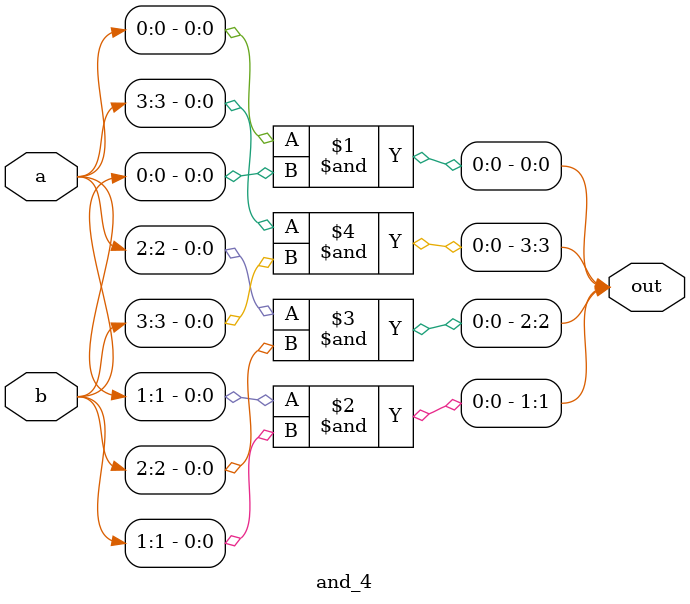
<source format=v>
`timescale 1ns / 1ps


module and_4(out , a , b);
input [3:0] a,b;
output [3:0] out;
wire [3:0] out;
and b1(out[0] , a[0] , b[0]);
and b2(out[1] , a[1] , b[1]);
and b3(out[2] , a[2] , b[2]);
and b4(out[3] , a[3] , b[3]);

endmodule

</source>
